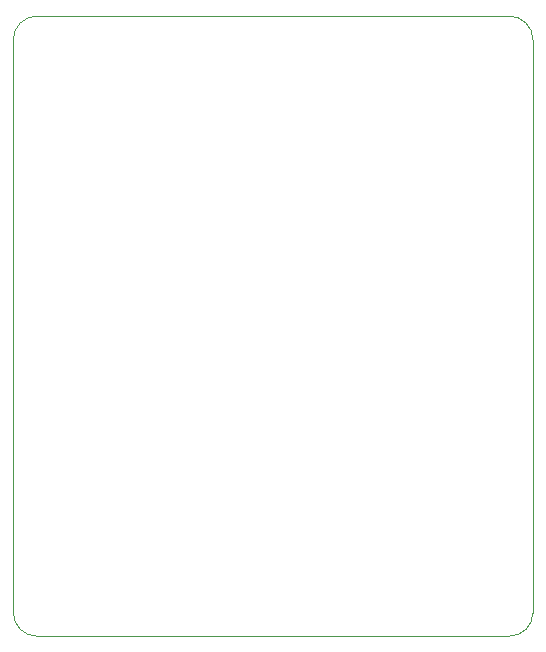
<source format=gbr>
%TF.GenerationSoftware,KiCad,Pcbnew,5.99.0-unknown-881cb3182b~117~ubuntu20.04.1*%
%TF.CreationDate,2021-02-24T10:03:55+00:00*%
%TF.ProjectId,pi400-pico-plate,70693430-302d-4706-9963-6f2d706c6174,rev?*%
%TF.SameCoordinates,Original*%
%TF.FileFunction,Profile,NP*%
%FSLAX46Y46*%
G04 Gerber Fmt 4.6, Leading zero omitted, Abs format (unit mm)*
G04 Created by KiCad (PCBNEW 5.99.0-unknown-881cb3182b~117~ubuntu20.04.1) date 2021-02-24 10:03:55*
%MOMM*%
%LPD*%
G01*
G04 APERTURE LIST*
%TA.AperFunction,Profile*%
%ADD10C,0.050000*%
%TD*%
G04 APERTURE END LIST*
D10*
X129000000Y-61000000D02*
G75*
G02*
X131000000Y-59000000I2000000J0D01*
G01*
X129000000Y-109500000D02*
X129000000Y-61000000D01*
X173000000Y-61000000D02*
X173000000Y-109500000D01*
X131000000Y-111500000D02*
G75*
G02*
X129000000Y-109500000I0J2000000D01*
G01*
X171000000Y-111500000D02*
X131000000Y-111500000D01*
X171000000Y-59000000D02*
G75*
G02*
X173000000Y-61000000I0J-2000000D01*
G01*
X173000000Y-109500000D02*
G75*
G02*
X171000000Y-111500000I-2000000J0D01*
G01*
X131000000Y-59000000D02*
X171000000Y-59000000D01*
M02*

</source>
